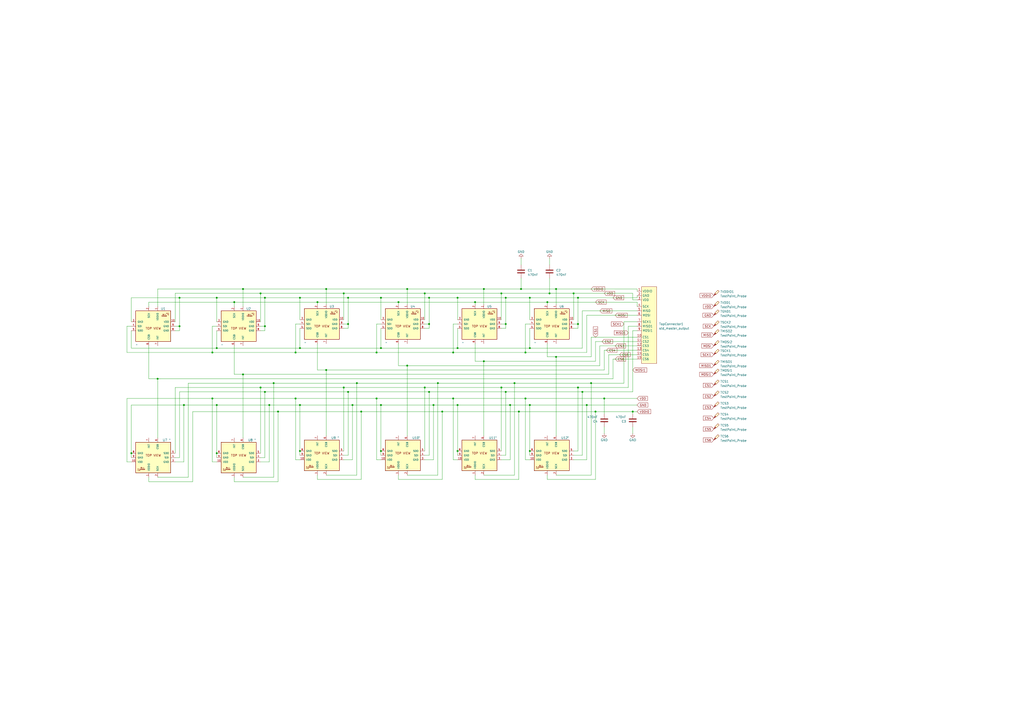
<source format=kicad_sch>
(kicad_sch (version 20230121) (generator eeschema)
  (paper "A2")
  (lib_symbols
    (symbol "BMP581_symbol:BMP581" (pin_names (offset 1.016))
      (property "Reference" "U" (at -10.16 10.414 0))
      (symbol "BMP581_0_0"
        (rectangle (start -10.16 10.16) (end 10.16 -7.62) (stroke (width 0.254)) (fill (type background)))
        (pin power_in line (at 2.54 12.7 270) (length 2.54) (name "VDDIO") (number "1"))
        (pin power_in line (at 12.7 3.81 180) (length 2.54) (name "VDD") (number "10"))
        (pin power_in line (at -12.7 3.81 0) (length 2.54) (name "GND") (number "3"))
        (pin input line (at -2.54 -10.16 90) (length 2.54) (name "CSB") (number "6"))
        (pin output line (at 2.54 -10.16 90) (length 2.54) (name "INT") (number "7"))
        (pin power_in line (at 12.7 -1.27 180) (length 2.54) (name "GND") (number "8"))
        (pin power_in line (at 12.7 1.27 180) (length 2.54) (name "GND") (number "9"))
      )
      (symbol "BMP581_1_0"
        (pin input line (at -2.54 12.7 270) (length 2.54) (name "SCK") (number "2"))
        (pin bidirectional line (at -12.7 1.27 0) (length 2.54) (name "SDI") (number "4"))
        (pin bidirectional line (at -12.7 -1.27 0) (length 2.54) (name "SDO") (number "5"))
      )
      (symbol "BMP581_1_1"
        (polyline (pts (xy 7.62 8.89) (xy 8.89 8.89) (xy 8.89 7.62) (xy 7.62 8.89)))
        (text "Pin 1\nIndicator" (at 6.35 7.62 0) (effects (font (size 0.5 0.5))))
        (text "TOP VIEW" (at 0 0 0) (effects (font (size 1.27 1.27))))
      )
    )
    (symbol "BMP581_symbol:std_master_output"
      (property "Reference" "master_connector_input1" (at -6.35 3.175 0))
      (property "Value" "std_master_output" (at -6.35 0.635 0))
      (symbol "std_master_output_1_1"
        (rectangle (start -5.08 25.4) (end 3.81 -19.05) (fill (type background)))
        (pin output line (at 6.35 22.86 180) (length 2.54) (name "VDDIO") (number "1"))
        (pin output line (at 6.35 -3.81 180) (length 2.54) (name "CS1") (number "10"))
        (pin output line (at 6.35 -6.35 180) (length 2.54) (name "CS2") (number "11"))
        (pin output line (at 6.35 -8.89 180) (length 2.54) (name "CS3") (number "12"))
        (pin output line (at 6.35 -11.43 180) (length 2.54) (name "CS4") (number "13"))
        (pin output line (at 6.35 -13.97 180) (length 2.54) (name "CS5") (number "14"))
        (pin output line (at 6.35 -16.51 180) (length 2.54) (name "CS6") (number "15"))
        (pin output line (at 6.35 20.32 180) (length 2.54) (name "GND") (number "2"))
        (pin output line (at 6.35 17.78 180) (length 2.54) (name "VDD") (number "3"))
        (pin output line (at 6.35 13.97 180) (length 2.54) (name "SCK") (number "4"))
        (pin output line (at 6.35 11.43 180) (length 2.54) (name "MISO") (number "5"))
        (pin output line (at 6.35 8.89 180) (length 2.54) (name "MOSI") (number "6"))
        (pin output line (at 6.35 5.08 180) (length 2.54) (name "SCK1") (number "7"))
        (pin output line (at 6.35 2.54 180) (length 2.54) (name "MISO1") (number "8"))
        (pin output line (at 6.35 0 180) (length 2.54) (name "MOSI1") (number "9"))
      )
    )
    (symbol "Connector:TestPoint_Probe" (pin_numbers hide) (pin_names (offset 0.762) hide)
      (property "Reference" "TP" (at 1.651 5.842 0))
      (property "Value" "TestPoint_Probe" (at 1.651 4.064 0))
      (symbol "TestPoint_Probe_0_1"
        (polyline (pts (xy 1.27 0.762) (xy 0 0) (xy 0.762 1.27) (xy 1.27 0.762)) (fill (type outline)))
        (polyline (pts (xy 1.397 0.635) (xy 0.635 1.397) (xy 2.413 3.175) (xy 3.175 2.413) (xy 1.397 0.635)) (fill (type background)))
      )
      (symbol "TestPoint_Probe_1_1"
        (pin passive line (at 0 0 90) (length 0) (name "1") (number "1"))
      )
    )
    (symbol "Device:C" (pin_numbers hide) (pin_names (offset 0.254))
      (property "Reference" "C" (at 0.635 2.54 0))
      (property "Value" "C" (at 0.635 -2.54 0))
      (symbol "C_0_1"
        (polyline (pts (xy -2.032 -0.762) (xy 2.032 -0.762)) (stroke (width 0.508)))
        (polyline (pts (xy -2.032 0.762) (xy 2.032 0.762)) (stroke (width 0.508)))
      )
      (symbol "C_1_1"
        (pin passive line (at 0 3.81 270) (length 2.794) (name "~") (number "1"))
        (pin passive line (at 0 -3.81 90) (length 2.794) (name "~") (number "2"))
      )
    )
    (symbol "power:GND" (power) (pin_names (offset 0))
      (property "Value" "GND" (at 0 -3.81 0))
      (symbol "GND_0_1"
        (polyline (pts (xy 0 0) (xy 0 -1.27) (xy 1.27 -1.27) (xy 0 -2.54) (xy -1.27 -1.27) (xy 0 -1.27)))
      )
      (symbol "GND_1_1"
        (pin power_in line (at 0 0 270) (length 0) hide (name "GND") (number "1"))
      )
    )
  )
  (junction (at 189.23 167.64))
  (junction (at 184.15 175.26))
  (junction (at 201.93 227.33))
  (junction (at 256.54 238.76))
  (junction (at 104.14 172.72))
  (junction (at 220.98 234.95))
  (junction (at 207.01 222.25))
  (junction (at 125.73 262.89))
  (junction (at 189.23 214.63))
  (junction (at 342.9 222.25))
  (junction (at 304.8 204.47))
  (junction (at 199.39 170.18))
  (junction (at 104.14 189.23))
  (junction (at 367.03 238.76))
  (junction (at 265.43 261.62))
  (junction (at 171.45 231.14))
  (junction (at 265.43 234.95))
  (junction (at 290.83 224.79))
  (junction (at 350.52 231.14))
  (junction (at 125.73 201.93))
  (junction (at 156.21 234.95))
  (junction (at 280.67 167.64))
  (junction (at 135.89 175.26))
  (junction (at 307.34 201.93))
  (junction (at 304.8 231.14))
  (junction (at 140.97 167.64))
  (junction (at 307.34 261.62))
  (junction (at 265.43 201.93))
  (junction (at 151.13 224.79))
  (junction (at 158.75 222.25))
  (junction (at 248.92 227.33))
  (junction (at 91.44 219.71))
  (junction (at 322.58 167.64))
  (junction (at 153.67 189.23))
  (junction (at 254 222.25))
  (junction (at 246.38 224.79))
  (junction (at 251.46 234.95))
  (junction (at 173.99 172.72))
  (junction (at 199.39 224.79))
  (junction (at 265.43 172.72))
  (junction (at 140.97 217.17))
  (junction (at 322.58 207.01))
  (junction (at 236.22 212.09))
  (junction (at 153.67 172.72))
  (junction (at 151.13 170.18))
  (junction (at 209.55 238.76))
  (junction (at 220.98 172.72))
  (junction (at 171.45 204.47))
  (junction (at 345.44 238.76))
  (junction (at 248.92 172.72))
  (junction (at 218.44 204.47))
  (junction (at 340.36 234.95))
  (junction (at 248.92 187.96))
  (junction (at 123.19 231.14))
  (junction (at 302.26 167.64))
  (junction (at 173.99 261.62))
  (junction (at 293.37 227.33))
  (junction (at 293.37 172.72))
  (junction (at 204.47 234.95))
  (junction (at 293.37 187.96))
  (junction (at 290.83 170.18))
  (junction (at 161.29 238.76))
  (junction (at 295.91 234.95))
  (junction (at 262.89 204.47))
  (junction (at 123.19 204.47))
  (junction (at 307.34 234.95))
  (junction (at 173.99 201.93))
  (junction (at 76.2 262.89))
  (junction (at 231.14 175.26))
  (junction (at 298.45 222.25))
  (junction (at 220.98 261.62))
  (junction (at 153.67 227.33))
  (junction (at 173.99 234.95))
  (junction (at 275.59 175.26))
  (junction (at 201.93 172.72))
  (junction (at 236.22 167.64))
  (junction (at 335.28 224.79))
  (junction (at 125.73 172.72))
  (junction (at 106.68 234.95))
  (junction (at 246.38 170.18))
  (junction (at 262.89 231.14))
  (junction (at 318.77 170.18))
  (junction (at 335.28 187.96))
  (junction (at 335.28 172.72))
  (junction (at 337.82 227.33))
  (junction (at 218.44 231.14))
  (junction (at 307.34 172.72))
  (junction (at 220.98 201.93))
  (junction (at 125.73 234.95))
  (junction (at 201.93 187.96))
  (junction (at 280.67 209.55))
  (junction (at 317.5 175.26))
  (junction (at 332.74 170.18))
  (junction (at 300.99 238.76))
  (wire (pts (xy 364.49 189.23) (xy 364.49 224.79)))
  (wire (pts (xy 201.93 227.33) (xy 201.93 264.16)))
  (wire (pts (xy 340.36 234.95) (xy 369.57 234.95)))
  (wire (pts (xy 248.92 227.33) (xy 293.37 227.33)))
  (wire (pts (xy 317.5 176.53) (xy 317.5 175.26)))
  (wire (pts (xy 280.67 209.55) (xy 345.44 209.55)))
  (wire (pts (xy 293.37 172.72) (xy 293.37 187.96)))
  (wire (pts (xy 307.34 234.95) (xy 340.36 234.95)))
  (wire (pts (xy 76.2 234.95) (xy 76.2 262.89)))
  (wire (pts (xy 342.9 222.25) (xy 361.95 222.25)))
  (wire (pts (xy 173.99 190.5) (xy 173.99 201.93)))
  (wire (pts (xy 347.98 212.09) (xy 347.98 200.66)))
  (wire (pts (xy 307.34 190.5) (xy 307.34 201.93)))
  (wire (pts (xy 76.2 186.69) (xy 76.2 172.72)))
  (wire (pts (xy 367.03 191.77) (xy 367.03 227.33)))
  (wire (pts (xy 76.2 189.23) (xy 73.66 189.23)))
  (wire (pts (xy 353.06 217.17) (xy 353.06 205.74)))
  (wire (pts (xy 76.2 191.77) (xy 76.2 201.93)))
  (wire (pts (xy 262.89 231.14) (xy 304.8 231.14)))
  (wire (pts (xy 76.2 267.97) (xy 73.66 267.97)))
  (wire (pts (xy 123.19 204.47) (xy 171.45 204.47)))
  (wire (pts (xy 318.77 170.18) (xy 332.74 170.18)))
  (wire (pts (xy 342.9 222.25) (xy 342.9 275.59)))
  (wire (pts (xy 295.91 234.95) (xy 295.91 266.7)))
  (wire (pts (xy 101.6 224.79) (xy 101.6 262.89)))
  (wire (pts (xy 101.6 265.43) (xy 104.14 265.43)))
  (wire (pts (xy 369.57 167.64) (xy 369.57 168.91)))
  (wire (pts (xy 369.57 171.45) (xy 369.57 172.72)))
  (wire (pts (xy 218.44 204.47) (xy 262.89 204.47)))
  (wire (pts (xy 280.67 167.64) (xy 302.26 167.64)))
  (wire (pts (xy 302.26 167.64) (xy 322.58 167.64)))
  (wire (pts (xy 123.19 189.23) (xy 123.19 204.47)))
  (wire (pts (xy 322.58 167.64) (xy 369.57 167.64)))
  (wire (pts (xy 265.43 234.95) (xy 295.91 234.95)))
  (wire (pts (xy 256.54 238.76) (xy 256.54 278.13)))
  (wire (pts (xy 153.67 172.72) (xy 153.67 189.23)))
  (wire (pts (xy 76.2 234.95) (xy 106.68 234.95)))
  (wire (pts (xy 280.67 275.59) (xy 298.45 275.59)))
  (wire (pts (xy 218.44 187.96) (xy 218.44 204.47)))
  (wire (pts (xy 369.57 172.72) (xy 335.28 172.72)))
  (wire (pts (xy 125.73 172.72) (xy 104.14 172.72)))
  (wire (pts (xy 265.43 172.72) (xy 248.92 172.72)))
  (wire (pts (xy 153.67 265.43) (xy 153.67 227.33)))
  (wire (pts (xy 265.43 190.5) (xy 265.43 201.93)))
  (wire (pts (xy 342.9 275.59) (xy 322.58 275.59)))
  (wire (pts (xy 220.98 172.72) (xy 248.92 172.72)))
  (wire (pts (xy 335.28 190.5) (xy 335.28 187.96)))
  (wire (pts (xy 335.28 261.62) (xy 332.74 261.62)))
  (wire (pts (xy 189.23 275.59) (xy 207.01 275.59)))
  (wire (pts (xy 345.44 198.12) (xy 369.57 198.12)))
  (wire (pts (xy 184.15 176.53) (xy 184.15 175.26)))
  (wire (pts (xy 86.36 219.71) (xy 91.44 219.71)))
  (wire (pts (xy 135.89 175.26) (xy 184.15 175.26)))
  (wire (pts (xy 199.39 170.18) (xy 199.39 185.42)))
  (wire (pts (xy 104.14 265.43) (xy 104.14 227.33)))
  (wire (pts (xy 298.45 222.25) (xy 342.9 222.25)))
  (wire (pts (xy 220.98 172.72) (xy 201.93 172.72)))
  (wire (pts (xy 275.59 175.26) (xy 317.5 175.26)))
  (wire (pts (xy 246.38 170.18) (xy 246.38 185.42)))
  (wire (pts (xy 342.9 207.01) (xy 342.9 195.58)))
  (wire (pts (xy 367.03 238.76) (xy 367.03 240.03)))
  (wire (pts (xy 290.83 264.16) (xy 293.37 264.16)))
  (wire (pts (xy 101.6 224.79) (xy 151.13 224.79)))
  (wire (pts (xy 350.52 203.2) (xy 369.57 203.2)))
  (wire (pts (xy 184.15 275.59) (xy 184.15 278.13)))
  (wire (pts (xy 158.75 222.25) (xy 207.01 222.25)))
  (wire (pts (xy 207.01 222.25) (xy 254 222.25)))
  (wire (pts (xy 307.34 261.62) (xy 307.34 264.16)))
  (wire (pts (xy 209.55 278.13) (xy 209.55 238.76)))
  (wire (pts (xy 246.38 224.79) (xy 246.38 261.62)))
  (wire (pts (xy 173.99 172.72) (xy 201.93 172.72)))
  (wire (pts (xy 340.36 266.7) (xy 332.74 266.7)))
  (wire (pts (xy 151.13 191.77) (xy 153.67 191.77)))
  (wire (pts (xy 125.73 189.23) (xy 123.19 189.23)))
  (wire (pts (xy 125.73 267.97) (xy 123.19 267.97)))
  (wire (pts (xy 369.57 189.23) (xy 364.49 189.23)))
  (wire (pts (xy 135.89 217.17) (xy 140.97 217.17)))
  (wire (pts (xy 335.28 172.72) (xy 335.28 187.96)))
  (wire (pts (xy 367.03 251.46) (xy 367.03 247.65)))
  (wire (pts (xy 135.89 279.4) (xy 161.29 279.4)))
  (wire (pts (xy 151.13 170.18) (xy 151.13 186.69)))
  (wire (pts (xy 231.14 212.09) (xy 236.22 212.09)))
  (wire (pts (xy 317.5 175.26) (xy 369.57 175.26)))
  (wire (pts (xy 302.26 161.29) (xy 302.26 167.64)))
  (wire (pts (xy 231.14 175.26) (xy 275.59 175.26)))
  (wire (pts (xy 236.22 167.64) (xy 236.22 176.53)))
  (wire (pts (xy 106.68 234.95) (xy 125.73 234.95)))
  (wire (pts (xy 111.76 238.76) (xy 161.29 238.76)))
  (wire (pts (xy 318.77 161.29) (xy 318.77 170.18)))
  (wire (pts (xy 317.5 207.01) (xy 322.58 207.01)))
  (wire (pts (xy 361.95 186.69) (xy 361.95 222.25)))
  (wire (pts (xy 204.47 234.95) (xy 220.98 234.95)))
  (wire (pts (xy 304.8 204.47) (xy 340.36 204.47)))
  (wire (pts (xy 91.44 219.71) (xy 355.6 219.71)))
  (wire (pts (xy 140.97 217.17) (xy 140.97 254)))
  (wire (pts (xy 86.36 177.8) (xy 86.36 175.26)))
  (wire (pts (xy 280.67 209.55) (xy 280.67 252.73)))
  (wire (pts (xy 254 222.25) (xy 298.45 222.25)))
  (wire (pts (xy 151.13 267.97) (xy 156.21 267.97)))
  (wire (pts (xy 189.23 214.63) (xy 189.23 252.73)))
  (wire (pts (xy 91.44 219.71) (xy 91.44 254)))
  (wire (pts (xy 76.2 172.72) (xy 104.14 172.72)))
  (wire (pts (xy 293.37 227.33) (xy 337.82 227.33)))
  (wire (pts (xy 173.99 261.62) (xy 173.99 264.16)))
  (wire (pts (xy 218.44 266.7) (xy 218.44 231.14)))
  (wire (pts (xy 332.74 170.18) (xy 367.03 170.18)))
  (wire (pts (xy 123.19 231.14) (xy 171.45 231.14)))
  (wire (pts (xy 140.97 217.17) (xy 353.06 217.17)))
  (wire (pts (xy 332.74 264.16) (xy 337.82 264.16)))
  (wire (pts (xy 106.68 267.97) (xy 106.68 234.95)))
  (wire (pts (xy 248.92 187.96) (xy 246.38 187.96)))
  (wire (pts (xy 295.91 234.95) (xy 307.34 234.95)))
  (wire (pts (xy 153.67 189.23) (xy 151.13 189.23)))
  (wire (pts (xy 322.58 207.01) (xy 322.58 252.73)))
  (wire (pts (xy 262.89 204.47) (xy 304.8 204.47)))
  (wire (pts (xy 153.67 191.77) (xy 153.67 189.23)))
  (wire (pts (xy 173.99 266.7) (xy 171.45 266.7)))
  (wire (pts (xy 189.23 167.64) (xy 236.22 167.64)))
  (wire (pts (xy 173.99 234.95) (xy 204.47 234.95)))
  (wire (pts (xy 293.37 187.96) (xy 293.37 190.5)))
  (wire (pts (xy 231.14 199.39) (xy 231.14 212.09)))
  (wire (pts (xy 73.66 204.47) (xy 123.19 204.47)))
  (wire (pts (xy 307.34 201.93) (xy 337.82 201.93)))
  (wire (pts (xy 262.89 231.14) (xy 262.89 266.7)))
  (wire (pts (xy 101.6 170.18) (xy 151.13 170.18)))
  (wire (pts (xy 347.98 200.66) (xy 369.57 200.66)))
  (wire (pts (xy 304.8 266.7) (xy 307.34 266.7)))
  (wire (pts (xy 171.45 204.47) (xy 218.44 204.47)))
  (wire (pts (xy 248.92 187.96) (xy 248.92 190.5)))
  (wire (pts (xy 302.26 149.86) (xy 302.26 153.67)))
  (wire (pts (xy 275.59 278.13) (xy 300.99 278.13)))
  (wire (pts (xy 317.5 278.13) (xy 317.5 275.59)))
  (wire (pts (xy 184.15 199.39) (xy 184.15 214.63)))
  (wire (pts (xy 125.73 191.77) (xy 125.73 201.93)))
  (wire (pts (xy 350.52 214.63) (xy 350.52 203.2)))
  (wire (pts (xy 156.21 234.95) (xy 173.99 234.95)))
  (wire (pts (xy 76.2 201.93) (xy 125.73 201.93)))
  (wire (pts (xy 304.8 231.14) (xy 350.52 231.14)))
  (wire (pts (xy 125.73 234.95) (xy 156.21 234.95)))
  (wire (pts (xy 140.97 276.86) (xy 158.75 276.86)))
  (wire (pts (xy 158.75 222.25) (xy 158.75 276.86)))
  (wire (pts (xy 236.22 212.09) (xy 236.22 252.73)))
  (wire (pts (xy 231.14 275.59) (xy 231.14 278.13)))
  (wire (pts (xy 236.22 167.64) (xy 280.67 167.64)))
  (wire (pts (xy 140.97 167.64) (xy 140.97 177.8)))
  (wire (pts (xy 236.22 212.09) (xy 347.98 212.09)))
  (wire (pts (xy 345.44 238.76) (xy 345.44 278.13)))
  (wire (pts (xy 184.15 278.13) (xy 209.55 278.13)))
  (wire (pts (xy 151.13 170.18) (xy 199.39 170.18)))
  (wire (pts (xy 76.2 262.89) (xy 76.2 265.43)))
  (wire (pts (xy 151.13 224.79) (xy 199.39 224.79)))
  (wire (pts (xy 220.98 234.95) (xy 251.46 234.95)))
  (wire (pts (xy 184.15 214.63) (xy 189.23 214.63)))
  (wire (pts (xy 248.92 190.5) (xy 246.38 190.5)))
  (wire (pts (xy 199.39 170.18) (xy 246.38 170.18)))
  (wire (pts (xy 332.74 190.5) (xy 335.28 190.5)))
  (wire (pts (xy 231.14 176.53) (xy 231.14 175.26)))
  (wire (pts (xy 201.93 172.72) (xy 201.93 187.96)))
  (wire (pts (xy 275.59 209.55) (xy 280.67 209.55)))
  (wire (pts (xy 173.99 185.42) (xy 173.99 172.72)))
  (wire (pts (xy 335.28 224.79) (xy 364.49 224.79)))
  (wire (pts (xy 189.23 167.64) (xy 189.23 176.53)))
  (wire (pts (xy 161.29 238.76) (xy 209.55 238.76)))
  (wire (pts (xy 251.46 266.7) (xy 251.46 234.95)))
  (wire (pts (xy 91.44 167.64) (xy 140.97 167.64)))
  (wire (pts (xy 350.52 231.14) (xy 369.57 231.14)))
  (wire (pts (xy 290.83 224.79) (xy 335.28 224.79)))
  (wire (pts (xy 201.93 227.33) (xy 248.92 227.33)))
  (wire (pts (xy 91.44 276.86) (xy 109.22 276.86)))
  (wire (pts (xy 340.36 204.47) (xy 340.36 182.88)))
  (wire (pts (xy 220.98 190.5) (xy 220.98 201.93)))
  (wire (pts (xy 265.43 172.72) (xy 265.43 185.42)))
  (wire (pts (xy 265.43 187.96) (xy 262.89 187.96)))
  (wire (pts (xy 251.46 234.95) (xy 265.43 234.95)))
  (wire (pts (xy 275.59 199.39) (xy 275.59 209.55)))
  (wire (pts (xy 156.21 267.97) (xy 156.21 234.95)))
  (wire (pts (xy 91.44 177.8) (xy 91.44 167.64)))
  (wire (pts (xy 275.59 176.53) (xy 275.59 175.26)))
  (wire (pts (xy 201.93 187.96) (xy 201.93 190.5)))
  (wire (pts (xy 104.14 227.33) (xy 153.67 227.33)))
  (wire (pts (xy 153.67 227.33) (xy 201.93 227.33)))
  (wire (pts (xy 337.82 201.93) (xy 337.82 180.34)))
  (wire (pts (xy 337.82 180.34) (xy 369.57 180.34)))
  (wire (pts (xy 307.34 172.72) (xy 307.34 185.42)))
  (wire (pts (xy 104.14 189.23) (xy 104.14 191.77)))
  (wire (pts (xy 340.36 234.95) (xy 340.36 266.7)))
  (wire (pts (xy 220.98 187.96) (xy 218.44 187.96)))
  (wire (pts (xy 369.57 186.69) (xy 361.95 186.69)))
  (wire (pts (xy 125.73 201.93) (xy 173.99 201.93)))
  (wire (pts (xy 104.14 172.72) (xy 104.14 189.23)))
  (wire (pts (xy 151.13 265.43) (xy 153.67 265.43)))
  (wire (pts (xy 275.59 275.59) (xy 275.59 278.13)))
  (wire (pts (xy 307.34 234.95) (xy 307.34 261.62)))
  (wire (pts (xy 109.22 276.86) (xy 109.22 222.25)))
  (wire (pts (xy 220.98 201.93) (xy 265.43 201.93)))
  (wire (pts (xy 300.99 238.76) (xy 300.99 278.13)))
  (wire (pts (xy 189.23 214.63) (xy 350.52 214.63)))
  (wire (pts (xy 125.73 172.72) (xy 153.67 172.72)))
  (wire (pts (xy 293.37 172.72) (xy 265.43 172.72)))
  (wire (pts (xy 367.03 238.76) (xy 369.57 238.76)))
  (wire (pts (xy 246.38 224.79) (xy 290.83 224.79)))
  (wire (pts (xy 86.36 279.4) (xy 111.76 279.4)))
  (wire (pts (xy 265.43 234.95) (xy 265.43 261.62)))
  (wire (pts (xy 350.52 240.03) (xy 350.52 231.14)))
  (wire (pts (xy 246.38 170.18) (xy 290.83 170.18)))
  (wire (pts (xy 342.9 195.58) (xy 369.57 195.58)))
  (wire (pts (xy 318.77 149.86) (xy 318.77 153.67)))
  (wire (pts (xy 304.8 231.14) (xy 304.8 266.7)))
  (wire (pts (xy 307.34 172.72) (xy 293.37 172.72)))
  (wire (pts (xy 322.58 167.64) (xy 322.58 176.53)))
  (wire (pts (xy 367.03 173.99) (xy 369.57 173.99)))
  (wire (pts (xy 109.22 222.25) (xy 158.75 222.25)))
  (wire (pts (xy 254 275.59) (xy 254 222.25)))
  (wire (pts (xy 218.44 231.14) (xy 262.89 231.14)))
  (wire (pts (xy 290.83 170.18) (xy 290.83 185.42)))
  (wire (pts (xy 246.38 266.7) (xy 251.46 266.7)))
  (wire (pts (xy 265.43 261.62) (xy 265.43 264.16)))
  (wire (pts (xy 173.99 172.72) (xy 153.67 172.72)))
  (wire (pts (xy 173.99 187.96) (xy 171.45 187.96)))
  (wire (pts (xy 184.15 175.26) (xy 231.14 175.26)))
  (wire (pts (xy 345.44 209.55) (xy 345.44 198.12)))
  (wire (pts (xy 207.01 222.25) (xy 207.01 275.59)))
  (wire (pts (xy 73.66 189.23) (xy 73.66 204.47)))
  (wire (pts (xy 335.28 224.79) (xy 335.28 261.62)))
  (wire (pts (xy 171.45 231.14) (xy 218.44 231.14)))
  (wire (pts (xy 220.98 266.7) (xy 218.44 266.7)))
  (wire (pts (xy 345.44 278.13) (xy 317.5 278.13)))
  (wire (pts (xy 300.99 238.76) (xy 345.44 238.76)))
  (wire (pts (xy 135.89 200.66) (xy 135.89 217.17)))
  (wire (pts (xy 86.36 276.86) (xy 86.36 279.4)))
  (wire (pts (xy 125.73 262.89) (xy 125.73 265.43)))
  (wire (pts (xy 125.73 234.95) (xy 125.73 262.89)))
  (wire (pts (xy 355.6 219.71) (xy 355.6 208.28)))
  (wire (pts (xy 161.29 279.4) (xy 161.29 238.76)))
  (wire (pts (xy 355.6 208.28) (xy 369.57 208.28)))
  (wire (pts (xy 369.57 175.26) (xy 369.57 177.8)))
  (wire (pts (xy 135.89 177.8) (xy 135.89 175.26)))
  (wire (pts (xy 135.89 276.86) (xy 135.89 279.4)))
  (wire (pts (xy 125.73 186.69) (xy 125.73 172.72)))
  (wire (pts (xy 86.36 175.26) (xy 135.89 175.26)))
  (wire (pts (xy 73.66 231.14) (xy 123.19 231.14)))
  (wire (pts (xy 335.28 172.72) (xy 307.34 172.72)))
  (wire (pts (xy 332.74 170.18) (xy 332.74 185.42)))
  (wire (pts (xy 295.91 266.7) (xy 290.83 266.7)))
  (wire (pts (xy 262.89 187.96) (xy 262.89 204.47)))
  (wire (pts (xy 151.13 224.79) (xy 151.13 262.89)))
  (wire (pts (xy 293.37 264.16) (xy 293.37 227.33)))
  (wire (pts (xy 293.37 190.5) (xy 290.83 190.5)))
  (wire (pts (xy 345.44 238.76) (xy 367.03 238.76)))
  (wire (pts (xy 248.92 172.72) (xy 248.92 187.96)))
  (wire (pts (xy 248.92 264.16) (xy 248.92 227.33)))
  (wire (pts (xy 317.5 199.39) (xy 317.5 207.01)))
  (wire (pts (xy 262.89 266.7) (xy 265.43 266.7)))
  (wire (pts (xy 101.6 186.69) (xy 101.6 170.18)))
  (wire (pts (xy 307.34 187.96) (xy 304.8 187.96)))
  (wire (pts (xy 353.06 205.74) (xy 369.57 205.74)))
  (wire (pts (xy 209.55 238.76) (xy 256.54 238.76)))
  (wire (pts (xy 140.97 167.64) (xy 189.23 167.64)))
  (wire (pts (xy 280.67 167.64) (xy 280.67 176.53)))
  (wire (pts (xy 201.93 187.96) (xy 199.39 187.96)))
  (wire (pts (xy 171.45 231.14) (xy 171.45 266.7)))
  (wire (pts (xy 101.6 191.77) (xy 104.14 191.77)))
  (wire (pts (xy 340.36 182.88) (xy 369.57 182.88)))
  (wire (pts (xy 350.52 251.46) (xy 350.52 247.65)))
  (wire (pts (xy 171.45 187.96) (xy 171.45 204.47)))
  (wire (pts (xy 265.43 201.93) (xy 307.34 201.93)))
  (wire (pts (xy 199.39 264.16) (xy 201.93 264.16)))
  (wire (pts (xy 73.66 231.14) (xy 73.66 267.97)))
  (wire (pts (xy 173.99 234.95) (xy 173.99 261.62)))
  (wire (pts (xy 246.38 264.16) (xy 248.92 264.16)))
  (wire (pts (xy 337.82 227.33) (xy 367.03 227.33)))
  (wire (pts (xy 231.14 278.13) (xy 256.54 278.13)))
  (wire (pts (xy 204.47 266.7) (xy 204.47 234.95)))
  (wire (pts (xy 199.39 224.79) (xy 199.39 261.62)))
  (wire (pts (xy 304.8 187.96) (xy 304.8 204.47)))
  (wire (pts (xy 290.83 170.18) (xy 318.77 170.18)))
  (wire (pts (xy 199.39 224.79) (xy 246.38 224.79)))
  (wire (pts (xy 104.14 189.23) (xy 101.6 189.23)))
  (wire (pts (xy 220.98 185.42) (xy 220.98 172.72)))
  (wire (pts (xy 199.39 266.7) (xy 204.47 266.7)))
  (wire (pts (xy 123.19 267.97) (xy 123.19 231.14)))
  (wire (pts (xy 367.03 170.18) (xy 367.03 173.99)))
  (wire (pts (xy 201.93 190.5) (xy 199.39 190.5)))
  (wire (pts (xy 335.28 187.96) (xy 332.74 187.96)))
  (wire (pts (xy 111.76 279.4) (xy 111.76 238.76)))
  (wire (pts (xy 236.22 275.59) (xy 254 275.59)))
  (wire (pts (xy 86.36 200.66) (xy 86.36 219.71)))
  (wire (pts (xy 220.98 261.62) (xy 220.98 264.16)))
  (wire (pts (xy 369.57 191.77) (xy 367.03 191.77)))
  (wire (pts (xy 322.58 207.01) (xy 342.9 207.01)))
  (wire (pts (xy 220.98 234.95) (xy 220.98 261.62)))
  (wire (pts (xy 256.54 238.76) (xy 300.99 238.76)))
  (wire (pts (xy 298.45 222.25) (xy 298.45 275.59)))
  (wire (pts (xy 290.83 224.79) (xy 290.83 261.62)))
  (wire (pts (xy 337.82 264.16) (xy 337.82 227.33)))
  (wire (pts (xy 293.37 187.96) (xy 290.83 187.96)))
  (wire (pts (xy 101.6 267.97) (xy 106.68 267.97)))
  (wire (pts (xy 173.99 201.93) (xy 220.98 201.93)))
  (global_label "SCK" (shape input) (at 414.02 189.23 180) (property "Intersheetrefs" "${INTERSHEET_REFS}" (effects hide)))
  (global_label "CS6" (shape input) (at 356.87 208.28 0) (property "Intersheetrefs" "${INTERSHEET_REFS}" (effects hide)))
  (global_label "CS3" (shape input) (at 414.02 236.22 180) (property "Intersheetrefs" "${INTERSHEET_REFS}" (effects hide)))
  (global_label "VDDIO" (shape input) (at 414.02 171.45 180) (property "Intersheetrefs" "${INTERSHEET_REFS}" (effects hide)))
  (global_label "CS1" (shape input) (at 345.44 195.58 90) (property "Intersheetrefs" "${INTERSHEET_REFS}" (effects hide)))
  (global_label "GND" (shape input) (at 414.02 182.88 180) (property "Intersheetrefs" "${INTERSHEET_REFS}" (effects hide)))
  (global_label "MISO1" (shape input) (at 414.02 212.09 180) (property "Intersheetrefs" "${INTERSHEET_REFS}" (effects hide)))
  (global_label "CS1" (shape input) (at 414.02 223.52 180) (property "Intersheetrefs" "${INTERSHEET_REFS}" (effects hide)))
  (global_label "MISO1" (shape input) (at 364.49 193.04 180) (property "Intersheetrefs" "${INTERSHEET_REFS}" (effects hide)))
  (global_label "CS5" (shape input) (at 414.02 248.92 180) (property "Intersheetrefs" "${INTERSHEET_REFS}" (effects hide)))
  (global_label "CS3" (shape input) (at 356.87 200.66 0) (property "Intersheetrefs" "${INTERSHEET_REFS}" (effects hide)))
  (global_label "SCK1" (shape input) (at 361.95 187.96 180) (property "Intersheetrefs" "${INTERSHEET_REFS}" (effects hide)))
  (global_label "CS2" (shape input) (at 349.25 198.12 0) (property "Intersheetrefs" "${INTERSHEET_REFS}" (effects hide)))
  (global_label "MOSI" (shape input) (at 356.87 182.88 0) (property "Intersheetrefs" "${INTERSHEET_REFS}" (effects hide)))
  (global_label "MOSI" (shape input) (at 414.02 200.66 180) (property "Intersheetrefs" "${INTERSHEET_REFS}" (effects hide)))
  (global_label "MISO" (shape input) (at 347.98 180.34 0) (property "Intersheetrefs" "${INTERSHEET_REFS}" (effects hide)))
  (global_label "SCK1" (shape input) (at 414.02 205.74 180) (property "Intersheetrefs" "${INTERSHEET_REFS}" (effects hide)))
  (global_label "VDDIO" (shape input) (at 369.57 238.76 0) (property "Intersheetrefs" "${INTERSHEET_REFS}" (effects hide)))
  (global_label "VDDIO" (shape input) (at 342.9 167.64 0) (property "Intersheetrefs" "${INTERSHEET_REFS}" (effects hide)))
  (global_label "VDD" (shape input) (at 350.52 170.18 0) (property "Intersheetrefs" "${INTERSHEET_REFS}" (effects hide)))
  (global_label "MISO" (shape input) (at 414.02 194.31 180) (property "Intersheetrefs" "${INTERSHEET_REFS}" (effects hide)))
  (global_label "GND" (shape input) (at 369.57 234.95 0) (property "Intersheetrefs" "${INTERSHEET_REFS}" (effects hide)))
  (global_label "VDD" (shape input) (at 414.02 177.8 180) (property "Intersheetrefs" "${INTERSHEET_REFS}" (effects hide)))
  (global_label "VDD" (shape input) (at 369.57 231.14 0) (property "Intersheetrefs" "${INTERSHEET_REFS}" (effects hide)))
  (global_label "GND" (shape input) (at 355.6 172.72 0) (property "Intersheetrefs" "${INTERSHEET_REFS}" (effects hide)))
  (global_label "CS2" (shape input) (at 414.02 229.87 180) (property "Intersheetrefs" "${INTERSHEET_REFS}" (effects hide)))
  (global_label "MOSI1" (shape input) (at 414.02 217.17 180) (property "Intersheetrefs" "${INTERSHEET_REFS}" (effects hide)))
  (global_label "CS4" (shape input) (at 351.79 203.2 0) (property "Intersheetrefs" "${INTERSHEET_REFS}" (effects hide)))
  (global_label "CS5" (shape input) (at 359.41 205.74 0) (property "Intersheetrefs" "${INTERSHEET_REFS}" (effects hide)))
  (global_label "SCK" (shape input) (at 345.44 175.26 0) (property "Intersheetrefs" "${INTERSHEET_REFS}" (effects hide)))
  (global_label "CS4" (shape input) (at 414.02 242.57 180) (property "Intersheetrefs" "${INTERSHEET_REFS}" (effects hide)))
  (global_label "MOSI1" (shape input) (at 367.03 214.63 0) (property "Intersheetrefs" "${INTERSHEET_REFS}" (effects hide)))
  (global_label "CS6" (shape input) (at 414.02 255.27 180) (property "Intersheetrefs" "${INTERSHEET_REFS}" (effects hide)))
  (symbol (lib_id "Connector:TestPoint_Probe") (at 414.02 212.09 0) (unit 1)
    (property "Reference" "TMISO1" (at 417.83 209.8675 0) (effects (justify left)))
    (property "Value" "TestPoint_Probe" (at 417.83 212.4075 0) (effects (justify left)))
    (property "Footprint" "TestPoint:TestPoint_Pad_1.0x1.0mm" (effects hide))
  )
  (symbol (lib_id "Connector:TestPoint_Probe") (at 414.02 248.92 0) (unit 1)
    (property "Reference" "TCS5" (at 417.83 246.6975 0) (effects (justify left)))
    (property "Value" "TestPoint_Probe" (at 417.83 249.2375 0) (effects (justify left)))
    (property "Footprint" "TestPoint:TestPoint_Pad_1.0x1.0mm" (effects hide))
  )
  (symbol (lib_id "BMP581_symbol:BMP581") (at 278.13 189.23 0) (unit 1)
    (property "Reference" "U5" (at 282.4989 177.8 0) (effects (justify left)))
    (property "Value" "~" (at 267.97 199.39 0) (effects (justify left bottom)))
    (property "Footprint" "BMP581:BMP581_Landing_Pattern" (effects hide))
  )
  (symbol (lib_id "BMP581_symbol:BMP581") (at 138.43 264.16 180) (unit 1)
    (property "Reference" "U8" (at 143.8657 255.27 0) (effects (justify right)))
    (property "Value" "~" (at 148.59 254 0) (effects (justify left bottom)))
    (property "Footprint" "BMP581:BMP581_Landing_Pattern" (effects hide))
  )
  (symbol (lib_id "Connector:TestPoint_Probe") (at 414.02 236.22 0) (unit 1)
    (property "Reference" "TCS3" (at 417.83 233.9975 0) (effects (justify left)))
    (property "Value" "TestPoint_Probe" (at 417.83 236.5375 0) (effects (justify left)))
    (property "Footprint" "TestPoint:TestPoint_Pad_1.0x1.0mm" (effects hide))
  )
  (symbol (lib_id "power:GND") (at 318.77 149.86 180) (unit 1)
    (property "Reference" "#PWR02" (effects hide))
    (property "Value" "GND" (at 318.77 146.05 0))
  )
  (symbol (lib_id "BMP581_symbol:BMP581") (at 186.69 189.23 0) (unit 1)
    (property "Reference" "U3" (at 191.0589 177.8 0) (effects (justify left)))
    (property "Value" "~" (at 176.53 199.39 0) (effects (justify left bottom)))
    (property "Footprint" "BMP581:BMP581_Landing_Pattern" (effects hide))
  )
  (symbol (lib_id "Connector:TestPoint_Probe") (at 414.02 217.17 0) (unit 1)
    (property "Reference" "TMOSI1" (at 417.83 214.9475 0) (effects (justify left)))
    (property "Value" "TestPoint_Probe" (at 417.83 217.4875 0) (effects (justify left)))
    (property "Footprint" "TestPoint:TestPoint_Pad_1.0x1.0mm" (effects hide))
  )
  (symbol (lib_id "Connector:TestPoint_Probe") (at 414.02 171.45 0) (unit 1)
    (property "Reference" "TVDDIO1" (at 417.83 169.2275 0) (effects (justify left)))
    (property "Value" "TestPoint_Probe" (at 417.83 171.7675 0) (effects (justify left)))
    (property "Footprint" "TestPoint:TestPoint_Pad_1.0x1.0mm" (effects hide))
  )
  (symbol (lib_id "Device:C") (at 367.03 243.84 180) (unit 1)
    (property "Reference" "C3" (at 363.22 244.475 0) (effects (justify left)))
    (property "Value" "470nF" (at 363.22 241.935 0) (effects (justify left)))
    (property "Footprint" "Capacitor_SMD:C_0603_1608Metric" (effects hide))
  )
  (symbol (lib_id "power:GND") (at 367.03 251.46 0) (unit 1)
    (property "Reference" "#PWR03" (effects hide))
    (property "Value" "GND" (at 367.03 255.27 0))
  )
  (symbol (lib_id "Connector:TestPoint_Probe") (at 414.02 200.66 0) (unit 1)
    (property "Reference" "TMOSI2" (at 417.83 198.4375 0) (effects (justify left)))
    (property "Value" "TestPoint_Probe" (at 417.83 200.9775 0) (effects (justify left)))
    (property "Footprint" "TestPoint:TestPoint_Pad_1.0x1.0mm" (effects hide))
  )
  (symbol (lib_id "Connector:TestPoint_Probe") (at 414.02 223.52 0) (unit 1)
    (property "Reference" "TCS1" (at 417.83 221.2975 0) (effects (justify left)))
    (property "Value" "TestPoint_Probe" (at 417.83 223.8375 0) (effects (justify left)))
    (property "Footprint" "TestPoint:TestPoint_Pad_1.0x1.0mm" (effects hide))
  )
  (symbol (lib_id "Connector:TestPoint_Probe") (at 414.02 229.87 0) (unit 1)
    (property "Reference" "TCS2" (at 417.83 227.6475 0) (effects (justify left)))
    (property "Value" "TestPoint_Probe" (at 417.83 230.1875 0) (effects (justify left)))
    (property "Footprint" "TestPoint:TestPoint_Pad_1.0x1.0mm" (effects hide))
  )
  (symbol (lib_id "Connector:TestPoint_Probe") (at 414.02 177.8 0) (unit 1)
    (property "Reference" "TVDD1" (at 417.83 175.5775 0) (effects (justify left)))
    (property "Value" "TestPoint_Probe" (at 417.83 178.1175 0) (effects (justify left)))
    (property "Footprint" "TestPoint:TestPoint_Pad_1.0x1.0mm" (effects hide))
  )
  (symbol (lib_id "BMP581_symbol:BMP581") (at 233.68 189.23 0) (unit 1)
    (property "Reference" "U4" (at 238.0489 177.8 0) (effects (justify left)))
    (property "Value" "~" (at 223.52 199.39 0) (effects (justify left bottom)))
    (property "Footprint" "BMP581:BMP581_Landing_Pattern" (effects hide))
  )
  (symbol (lib_id "BMP581_symbol:BMP581") (at 278.13 262.89 180) (unit 1)
    (property "Reference" "U11" (at 283.5657 254 0) (effects (justify right)))
    (property "Value" "~" (at 288.29 252.73 0) (effects (justify left bottom)))
    (property "Footprint" "BMP581:BMP581_Landing_Pattern" (effects hide))
  )
  (symbol (lib_id "BMP581_symbol:BMP581") (at 186.69 262.89 180) (unit 1)
    (property "Reference" "U9" (at 192.1257 254 0) (effects (justify right)))
    (property "Value" "~" (at 196.85 252.73 0) (effects (justify left bottom)))
    (property "Footprint" "BMP581:BMP581_Landing_Pattern" (effects hide))
  )
  (symbol (lib_id "Device:C") (at 318.77 157.48 0) (unit 1)
    (property "Reference" "C2" (at 322.58 156.845 0) (effects (justify left)))
    (property "Value" "470nF" (at 322.58 159.385 0) (effects (justify left)))
    (property "Footprint" "Capacitor_SMD:C_0603_1608Metric" (effects hide))
  )
  (symbol (lib_id "BMP581_symbol:BMP581") (at 320.04 189.23 0) (unit 1)
    (property "Reference" "U6" (at 324.4089 177.8 0) (effects (justify left)))
    (property "Value" "~" (at 309.88 199.39 0) (effects (justify left bottom)))
    (property "Footprint" "BMP581:BMP581_Landing_Pattern" (effects hide))
  )
  (symbol (lib_id "Connector:TestPoint_Probe") (at 414.02 242.57 0) (unit 1)
    (property "Reference" "TCS4" (at 417.83 240.3475 0) (effects (justify left)))
    (property "Value" "TestPoint_Probe" (at 417.83 242.8875 0) (effects (justify left)))
    (property "Footprint" "TestPoint:TestPoint_Pad_1.0x1.0mm" (effects hide))
  )
  (symbol (lib_id "Connector:TestPoint_Probe") (at 414.02 205.74 0) (unit 1)
    (property "Reference" "TSCK1" (at 417.83 203.5175 0) (effects (justify left)))
    (property "Value" "TestPoint_Probe" (at 417.83 206.0575 0) (effects (justify left)))
    (property "Footprint" "TestPoint:TestPoint_Pad_1.0x1.0mm" (effects hide))
  )
  (symbol (lib_id "Connector:TestPoint_Probe") (at 414.02 189.23 0) (unit 1)
    (property "Reference" "TSCK2" (at 417.83 187.0075 0) (effects (justify left)))
    (property "Value" "TestPoint_Probe" (at 417.83 189.5475 0) (effects (justify left)))
    (property "Footprint" "TestPoint:TestPoint_Pad_1.0x1.0mm" (effects hide))
  )
  (symbol (lib_id "BMP581_symbol:std_master_output") (at 375.92 191.77 0) (mirror y) (unit 1)
    (property "Reference" "TopConnector1" (at 382.27 187.96 0) (effects (justify right)))
    (property "Value" "std_master_output" (at 382.27 190.5 0) (effects (justify right)))
    (property "Footprint" "BMP581:Strip_pins_top" (effects hide))
  )
  (symbol (lib_id "BMP581_symbol:BMP581") (at 88.9 190.5 0) (unit 1)
    (property "Reference" "U1" (at 93.2689 179.07 0) (effects (justify left)))
    (property "Value" "~" (at 78.74 200.66 0) (effects (justify left bottom)))
    (property "Footprint" "BMP581:BMP581_Landing_Pattern" (effects hide))
  )
  (symbol (lib_id "power:GND") (at 350.52 251.46 0) (unit 1)
    (property "Reference" "#PWR04" (effects hide))
    (property "Value" "GND" (at 350.52 255.27 0))
  )
  (symbol (lib_id "Connector:TestPoint_Probe") (at 414.02 194.31 0) (unit 1)
    (property "Reference" "TMISO2" (at 417.83 192.0875 0) (effects (justify left)))
    (property "Value" "TestPoint_Probe" (at 417.83 194.6275 0) (effects (justify left)))
    (property "Footprint" "TestPoint:TestPoint_Pad_1.0x1.0mm" (effects hide))
  )
  (symbol (lib_id "Connector:TestPoint_Probe") (at 414.02 182.88 0) (unit 1)
    (property "Reference" "TGND1" (at 417.83 180.6575 0) (effects (justify left)))
    (property "Value" "TestPoint_Probe" (at 417.83 183.1975 0) (effects (justify left)))
    (property "Footprint" "TestPoint:TestPoint_Pad_1.0x1.0mm" (effects hide))
  )
  (symbol (lib_id "BMP581_symbol:BMP581") (at 320.04 262.89 180) (unit 1)
    (property "Reference" "U12" (at 325.4757 254 0) (effects (justify right)))
    (property "Value" "~" (at 330.2 252.73 0) (effects (justify left bottom)))
    (property "Footprint" "BMP581:BMP581_Landing_Pattern" (effects hide))
  )
  (symbol (lib_id "Device:C") (at 350.52 243.84 180) (unit 1)
    (property "Reference" "C4" (at 346.71 244.475 0) (effects (justify left)))
    (property "Value" "470nF" (at 346.71 241.935 0) (effects (justify left)))
    (property "Footprint" "Capacitor_SMD:C_0603_1608Metric" (effects hide))
  )
  (symbol (lib_id "power:GND") (at 302.26 149.86 180) (unit 1)
    (property "Reference" "#PWR01" (effects hide))
    (property "Value" "GND" (at 302.26 146.05 0))
  )
  (symbol (lib_id "Connector:TestPoint_Probe") (at 414.02 255.27 0) (unit 1)
    (property "Reference" "TCS6" (at 417.83 253.0475 0) (effects (justify left)))
    (property "Value" "TestPoint_Probe" (at 417.83 255.5875 0) (effects (justify left)))
    (property "Footprint" "TestPoint:TestPoint_Pad_1.0x1.0mm" (effects hide))
  )
  (symbol (lib_id "BMP581_symbol:BMP581") (at 233.68 262.89 180) (unit 1)
    (property "Reference" "U10" (at 239.1157 254 0) (effects (justify right)))
    (property "Value" "~" (at 243.84 252.73 0) (effects (justify left bottom)))
    (property "Footprint" "BMP581:BMP581_Landing_Pattern" (effects hide))
  )
  (symbol (lib_id "Device:C") (at 302.26 157.48 0) (unit 1)
    (property "Reference" "C1" (at 306.07 156.845 0) (effects (justify left)))
    (property "Value" "470nF" (at 306.07 159.385 0) (effects (justify left)))
    (property "Footprint" "Capacitor_SMD:C_0603_1608Metric" (effects hide))
  )
  (symbol (lib_id "BMP581_symbol:BMP581") (at 88.9 264.16 180) (unit 1)
    (property "Reference" "U7" (at 94.3357 255.27 0) (effects (justify right)))
    (property "Value" "~" (at 99.06 254 0) (effects (justify left bottom)))
    (property "Footprint" "BMP581:BMP581_Landing_Pattern" (effects hide))
  )
  (symbol (lib_id "BMP581_symbol:BMP581") (at 138.43 190.5 0) (unit 1)
    (property "Reference" "U2" (at 142.7989 179.07 0) (effects (justify left)))
    (property "Value" "~" (at 128.27 200.66 0) (effects (justify left bottom)))
    (property "Footprint" "BMP581:BMP581_Landing_Pattern" (effects hide))
  )
)
</source>
